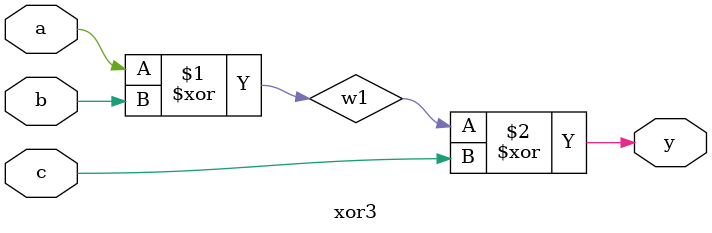
<source format=v>
module xor3(a,b,c,y);
input a,b,c;
output y;
wire w1;
xor x1(w1,a,b);
xor x2(y,w1,c);
endmodule

</source>
